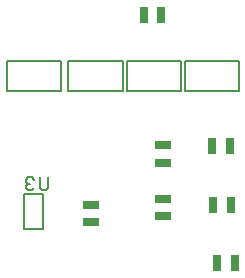
<source format=gbo>
G75*
%MOIN*%
%OFA0B0*%
%FSLAX25Y25*%
%IPPOS*%
%LPD*%
%AMOC8*
5,1,8,0,0,1.08239X$1,22.5*
%
%ADD10R,0.05512X0.02559*%
%ADD11R,0.02559X0.05512*%
%ADD12C,0.00500*%
%ADD13C,0.00800*%
D10*
X0035141Y0041086D03*
X0035141Y0046886D03*
X0058999Y0048854D03*
X0058999Y0043054D03*
X0059011Y0061006D03*
X0059011Y0066806D03*
D11*
X0075454Y0066637D03*
X0081254Y0066637D03*
X0081569Y0046952D03*
X0075769Y0046952D03*
X0077149Y0027515D03*
X0082949Y0027515D03*
X0058382Y0110192D03*
X0052582Y0110192D03*
D12*
X0012863Y0050658D02*
X0012863Y0038847D01*
X0019162Y0038847D01*
X0019162Y0050658D01*
X0012863Y0050658D01*
X0006898Y0084851D02*
X0006898Y0095048D01*
X0024969Y0095048D01*
X0024969Y0084851D01*
X0006898Y0084851D01*
X0027528Y0084851D02*
X0027528Y0095048D01*
X0045599Y0095048D01*
X0045599Y0084851D01*
X0027528Y0084851D01*
X0046898Y0084851D02*
X0046898Y0095048D01*
X0064969Y0095048D01*
X0064969Y0084851D01*
X0046898Y0084851D01*
X0066269Y0084851D02*
X0066269Y0095048D01*
X0084339Y0095048D01*
X0084339Y0084851D01*
X0066269Y0084851D01*
D13*
X0020750Y0056069D02*
X0020750Y0052566D01*
X0020050Y0051865D01*
X0018649Y0051865D01*
X0017948Y0052566D01*
X0017948Y0056069D01*
X0016146Y0055368D02*
X0015446Y0056069D01*
X0014045Y0056069D01*
X0013344Y0055368D01*
X0013344Y0054668D01*
X0014045Y0053967D01*
X0013344Y0053267D01*
X0013344Y0052566D01*
X0014045Y0051865D01*
X0015446Y0051865D01*
X0016146Y0052566D01*
X0014745Y0053967D02*
X0014045Y0053967D01*
M02*

</source>
